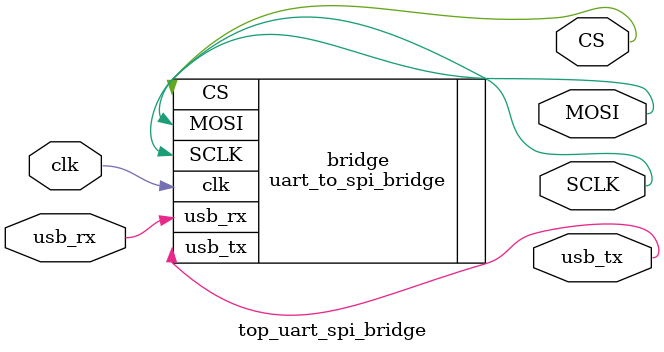
<source format=v>
`timescale 1ns / 1ps
module top_uart_spi_bridge(
    input  wire clk,
    input  wire usb_rx,
    output wire usb_tx,
    output wire MOSI,
    output wire SCLK,
    output wire CS
);
    uart_to_spi_bridge #(.CLOCK_FREQ(100000000), .BAUDRATE(625000)) bridge(
        .clk(clk),
        .usb_rx(usb_rx),
        .usb_tx(usb_tx),
        .MOSI(MOSI),
        .SCLK(SCLK),
        .CS(CS)
    );
endmodule
</source>
